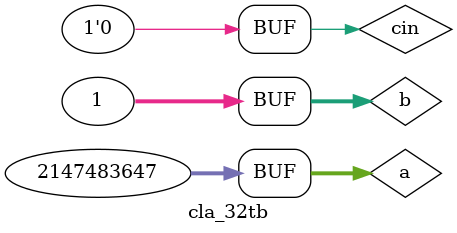
<source format=v>
`timescale 1ns / 1ps


module cla_32tb;
wire cout;
wire [31:0] sum;
reg [31:0] a;
reg [31:0] b;
reg cin;

cla_32 uut(sum,cout,a,b,cin);
initial begin

    a=$random%(2^^32);
    b=$random%(2^^32);
    cin=$random%2;
    
    //Testing for no addition, no carry, just empty
    #100
    a=32'h0000_0000;
    b=32'h0000_0000;
    cin=0;
    
    //testing for all 1 in opA and one 1 in opB, no carry in, there should be a carry out
    #100
    a=32'hFFFF_FFFF;
    b=32'h0000_0001;
    cin=0;
    
    //testing for all 1 in opA and all 0 in opB, no carry in, ther should be no carry out
    #100
    a=32'hFFFF_FFFF;
    b=32'h0000_0000;
    cin=0;

    //testing for overflow in sum
    #100
    a=32'h7FFF_FFFF;
    b=32'h0000_0001;
    cin=0;
end
endmodule
</source>
